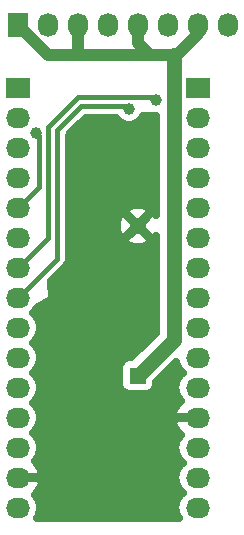
<source format=gbr>
G04 #@! TF.FileFunction,Copper,L2,Bot,Signal*
%FSLAX46Y46*%
G04 Gerber Fmt 4.6, Leading zero omitted, Abs format (unit mm)*
G04 Created by KiCad (PCBNEW 4.0.5+dfsg1-4~bpo8+1) date Mon Aug  6 16:38:55 2018*
%MOMM*%
%LPD*%
G01*
G04 APERTURE LIST*
%ADD10C,0.100000*%
%ADD11R,1.397000X1.397000*%
%ADD12C,1.397000*%
%ADD13R,2.032000X1.727200*%
%ADD14O,2.032000X1.727200*%
%ADD15R,1.727200X2.032000*%
%ADD16O,1.727200X2.032000*%
%ADD17C,1.000000*%
%ADD18C,1.300000*%
%ADD19C,1.000000*%
%ADD20C,0.381000*%
%ADD21C,0.658622*%
G04 APERTURE END LIST*
D10*
D11*
X42418000Y-60198000D03*
D12*
X42418000Y-47498000D03*
D13*
X32258000Y-35814000D03*
D14*
X32258000Y-38354000D03*
X32258000Y-40894000D03*
X32258000Y-43434000D03*
X32258000Y-45974000D03*
X32258000Y-48514000D03*
X32258000Y-51054000D03*
X32258000Y-53594000D03*
X32258000Y-56134000D03*
X32258000Y-58674000D03*
X32258000Y-61214000D03*
X32258000Y-63754000D03*
X32258000Y-66294000D03*
X32258000Y-68834000D03*
X32258000Y-71374000D03*
D13*
X47498000Y-35814000D03*
D14*
X47498000Y-38354000D03*
X47498000Y-40894000D03*
X47498000Y-43434000D03*
X47498000Y-45974000D03*
X47498000Y-48514000D03*
X47498000Y-51054000D03*
X47498000Y-53594000D03*
X47498000Y-56134000D03*
X47498000Y-58674000D03*
X47498000Y-61214000D03*
X47498000Y-63754000D03*
X47498000Y-66294000D03*
X47498000Y-68834000D03*
X47498000Y-71374000D03*
D15*
X32258000Y-30480000D03*
D16*
X34798000Y-30480000D03*
X37338000Y-30480000D03*
X39878000Y-30480000D03*
X42418000Y-30480000D03*
X44958000Y-30480000D03*
X47498000Y-30480000D03*
X50038000Y-30480000D03*
D17*
X40386000Y-38862000D03*
X38100000Y-38862000D03*
X43434000Y-38862000D03*
X37084000Y-55880000D03*
X37338000Y-46990000D03*
X33782000Y-39624000D03*
X41656000Y-37592000D03*
X43942000Y-36830000D03*
D18*
X45466000Y-33020000D02*
X45466000Y-57150000D01*
X45466000Y-57150000D02*
X42418000Y-60198000D01*
D19*
X43434000Y-33020000D02*
X45466000Y-33020000D01*
X45466000Y-33020000D02*
X45720000Y-33020000D01*
X45720000Y-33020000D02*
X47498000Y-31242000D01*
X47498000Y-31242000D02*
X47498000Y-30480000D01*
X37338000Y-33020000D02*
X43434000Y-33020000D01*
X42418000Y-32004000D02*
X42418000Y-30480000D01*
X43434000Y-33020000D02*
X42418000Y-32004000D01*
X32258000Y-30480000D02*
X34798000Y-33020000D01*
X37338000Y-33020000D02*
X37338000Y-30480000D01*
X34798000Y-33020000D02*
X37338000Y-33020000D01*
D20*
X34036000Y-44196000D02*
X32258000Y-45974000D01*
X34036000Y-39878000D02*
X34036000Y-44196000D01*
X33782000Y-39624000D02*
X34036000Y-39878000D01*
X35560000Y-50292000D02*
X32258000Y-53594000D01*
X35560000Y-39370000D02*
X35560000Y-50292000D01*
X37592000Y-37338000D02*
X35560000Y-39370000D01*
X41402000Y-37338000D02*
X37592000Y-37338000D01*
X41656000Y-37592000D02*
X41402000Y-37338000D01*
X34798000Y-48514000D02*
X32258000Y-51054000D01*
X34798000Y-39116000D02*
X34798000Y-48514000D01*
X37338000Y-36576000D02*
X34798000Y-39116000D01*
X43688000Y-36576000D02*
X37338000Y-36576000D01*
X43942000Y-36830000D02*
X43688000Y-36576000D01*
D21*
G36*
X43978689Y-46581421D02*
X43946330Y-46500816D01*
X43924145Y-46467612D01*
X43551404Y-46437695D01*
X42491099Y-47498000D01*
X43551404Y-48558305D01*
X43924145Y-48528388D01*
X43978689Y-48400677D01*
X43978689Y-56533935D01*
X41866838Y-58645786D01*
X41719500Y-58645786D01*
X41409211Y-58704171D01*
X41124230Y-58887551D01*
X40933047Y-59167357D01*
X40865786Y-59499500D01*
X40865786Y-60896500D01*
X40924171Y-61206789D01*
X41107551Y-61491770D01*
X41387357Y-61682953D01*
X41719500Y-61750214D01*
X43116500Y-61750214D01*
X43426789Y-61691829D01*
X43711770Y-61508449D01*
X43902953Y-61228643D01*
X43970214Y-60896500D01*
X43970214Y-60749162D01*
X45680882Y-59038494D01*
X45737854Y-59324910D01*
X46106565Y-59876726D01*
X46207248Y-59944000D01*
X46106565Y-60011274D01*
X45737854Y-60563090D01*
X45608380Y-61214000D01*
X45737854Y-61864910D01*
X46044997Y-62324583D01*
X45926720Y-62408218D01*
X45519717Y-63053641D01*
X45423518Y-63397239D01*
X45664310Y-63702311D01*
X47446311Y-63702311D01*
X47446311Y-63682311D01*
X47549689Y-63682311D01*
X47549689Y-63702311D01*
X47569689Y-63702311D01*
X47569689Y-63805689D01*
X47549689Y-63805689D01*
X47549689Y-63825689D01*
X47446311Y-63825689D01*
X47446311Y-63805689D01*
X45664310Y-63805689D01*
X45423518Y-64110761D01*
X45519717Y-64454359D01*
X45926720Y-65099782D01*
X46044997Y-65183417D01*
X45737854Y-65643090D01*
X45608380Y-66294000D01*
X45737854Y-66944910D01*
X46106565Y-67496726D01*
X46207248Y-67564000D01*
X46106565Y-67631274D01*
X45737854Y-68183090D01*
X45608380Y-68834000D01*
X45737854Y-69484910D01*
X46106565Y-70036726D01*
X46207248Y-70104000D01*
X46106565Y-70171274D01*
X45737854Y-70723090D01*
X45608380Y-71374000D01*
X45737854Y-72024910D01*
X45900073Y-72267689D01*
X33855927Y-72267689D01*
X34018146Y-72024910D01*
X34147620Y-71374000D01*
X34018146Y-70723090D01*
X33711003Y-70263417D01*
X33829280Y-70179782D01*
X34236283Y-69534359D01*
X34332482Y-69190761D01*
X34091690Y-68885689D01*
X32309689Y-68885689D01*
X32309689Y-68905689D01*
X32206311Y-68905689D01*
X32206311Y-68885689D01*
X32186311Y-68885689D01*
X32186311Y-68782311D01*
X32206311Y-68782311D01*
X32206311Y-68762311D01*
X32309689Y-68762311D01*
X32309689Y-68782311D01*
X34091690Y-68782311D01*
X34332482Y-68477239D01*
X34236283Y-68133641D01*
X33829280Y-67488218D01*
X33711003Y-67404583D01*
X34018146Y-66944910D01*
X34147620Y-66294000D01*
X34018146Y-65643090D01*
X33649435Y-65091274D01*
X33548752Y-65024000D01*
X33649435Y-64956726D01*
X34018146Y-64404910D01*
X34147620Y-63754000D01*
X34018146Y-63103090D01*
X33649435Y-62551274D01*
X33548752Y-62484000D01*
X33649435Y-62416726D01*
X34018146Y-61864910D01*
X34147620Y-61214000D01*
X34018146Y-60563090D01*
X33649435Y-60011274D01*
X33548752Y-59944000D01*
X33649435Y-59876726D01*
X34018146Y-59324910D01*
X34147620Y-58674000D01*
X34018146Y-58023090D01*
X33649435Y-57471274D01*
X33548752Y-57404000D01*
X33649435Y-57336726D01*
X34018146Y-56784910D01*
X34147620Y-56134000D01*
X34018146Y-55483090D01*
X33649435Y-54931274D01*
X33548752Y-54864000D01*
X33649435Y-54796726D01*
X33940143Y-54361650D01*
X34938220Y-53891967D01*
X35043098Y-53813938D01*
X35109356Y-53701253D01*
X35127218Y-53586161D01*
X35094478Y-52211066D01*
X36286772Y-51018772D01*
X36509574Y-50685327D01*
X36587811Y-50292000D01*
X36587811Y-48631404D01*
X41357695Y-48631404D01*
X41387612Y-49004145D01*
X42042423Y-49283808D01*
X42754411Y-49291598D01*
X43415184Y-49026330D01*
X43448388Y-49004145D01*
X43478305Y-48631404D01*
X42418000Y-47571099D01*
X41357695Y-48631404D01*
X36587811Y-48631404D01*
X36587811Y-47834411D01*
X40624402Y-47834411D01*
X40889670Y-48495184D01*
X40911855Y-48528388D01*
X41284596Y-48558305D01*
X42344901Y-47498000D01*
X41284596Y-46437695D01*
X40911855Y-46467612D01*
X40632192Y-47122423D01*
X40624402Y-47834411D01*
X36587811Y-47834411D01*
X36587811Y-46364596D01*
X41357695Y-46364596D01*
X42418000Y-47424901D01*
X43478305Y-46364596D01*
X43448388Y-45991855D01*
X42793577Y-45712192D01*
X42081589Y-45704402D01*
X41420816Y-45969670D01*
X41387612Y-45991855D01*
X41357695Y-46364596D01*
X36587811Y-46364596D01*
X36587811Y-39893314D01*
X36707077Y-39676467D01*
X38017733Y-38365811D01*
X40538867Y-38365811D01*
X40897485Y-38725056D01*
X41388825Y-38929078D01*
X41920840Y-38929542D01*
X42412536Y-38726378D01*
X42789056Y-38350515D01*
X42861807Y-38175311D01*
X43978689Y-38175311D01*
X43978689Y-46581421D01*
X43978689Y-46581421D01*
G37*
X43978689Y-46581421D02*
X43946330Y-46500816D01*
X43924145Y-46467612D01*
X43551404Y-46437695D01*
X42491099Y-47498000D01*
X43551404Y-48558305D01*
X43924145Y-48528388D01*
X43978689Y-48400677D01*
X43978689Y-56533935D01*
X41866838Y-58645786D01*
X41719500Y-58645786D01*
X41409211Y-58704171D01*
X41124230Y-58887551D01*
X40933047Y-59167357D01*
X40865786Y-59499500D01*
X40865786Y-60896500D01*
X40924171Y-61206789D01*
X41107551Y-61491770D01*
X41387357Y-61682953D01*
X41719500Y-61750214D01*
X43116500Y-61750214D01*
X43426789Y-61691829D01*
X43711770Y-61508449D01*
X43902953Y-61228643D01*
X43970214Y-60896500D01*
X43970214Y-60749162D01*
X45680882Y-59038494D01*
X45737854Y-59324910D01*
X46106565Y-59876726D01*
X46207248Y-59944000D01*
X46106565Y-60011274D01*
X45737854Y-60563090D01*
X45608380Y-61214000D01*
X45737854Y-61864910D01*
X46044997Y-62324583D01*
X45926720Y-62408218D01*
X45519717Y-63053641D01*
X45423518Y-63397239D01*
X45664310Y-63702311D01*
X47446311Y-63702311D01*
X47446311Y-63682311D01*
X47549689Y-63682311D01*
X47549689Y-63702311D01*
X47569689Y-63702311D01*
X47569689Y-63805689D01*
X47549689Y-63805689D01*
X47549689Y-63825689D01*
X47446311Y-63825689D01*
X47446311Y-63805689D01*
X45664310Y-63805689D01*
X45423518Y-64110761D01*
X45519717Y-64454359D01*
X45926720Y-65099782D01*
X46044997Y-65183417D01*
X45737854Y-65643090D01*
X45608380Y-66294000D01*
X45737854Y-66944910D01*
X46106565Y-67496726D01*
X46207248Y-67564000D01*
X46106565Y-67631274D01*
X45737854Y-68183090D01*
X45608380Y-68834000D01*
X45737854Y-69484910D01*
X46106565Y-70036726D01*
X46207248Y-70104000D01*
X46106565Y-70171274D01*
X45737854Y-70723090D01*
X45608380Y-71374000D01*
X45737854Y-72024910D01*
X45900073Y-72267689D01*
X33855927Y-72267689D01*
X34018146Y-72024910D01*
X34147620Y-71374000D01*
X34018146Y-70723090D01*
X33711003Y-70263417D01*
X33829280Y-70179782D01*
X34236283Y-69534359D01*
X34332482Y-69190761D01*
X34091690Y-68885689D01*
X32309689Y-68885689D01*
X32309689Y-68905689D01*
X32206311Y-68905689D01*
X32206311Y-68885689D01*
X32186311Y-68885689D01*
X32186311Y-68782311D01*
X32206311Y-68782311D01*
X32206311Y-68762311D01*
X32309689Y-68762311D01*
X32309689Y-68782311D01*
X34091690Y-68782311D01*
X34332482Y-68477239D01*
X34236283Y-68133641D01*
X33829280Y-67488218D01*
X33711003Y-67404583D01*
X34018146Y-66944910D01*
X34147620Y-66294000D01*
X34018146Y-65643090D01*
X33649435Y-65091274D01*
X33548752Y-65024000D01*
X33649435Y-64956726D01*
X34018146Y-64404910D01*
X34147620Y-63754000D01*
X34018146Y-63103090D01*
X33649435Y-62551274D01*
X33548752Y-62484000D01*
X33649435Y-62416726D01*
X34018146Y-61864910D01*
X34147620Y-61214000D01*
X34018146Y-60563090D01*
X33649435Y-60011274D01*
X33548752Y-59944000D01*
X33649435Y-59876726D01*
X34018146Y-59324910D01*
X34147620Y-58674000D01*
X34018146Y-58023090D01*
X33649435Y-57471274D01*
X33548752Y-57404000D01*
X33649435Y-57336726D01*
X34018146Y-56784910D01*
X34147620Y-56134000D01*
X34018146Y-55483090D01*
X33649435Y-54931274D01*
X33548752Y-54864000D01*
X33649435Y-54796726D01*
X33940143Y-54361650D01*
X34938220Y-53891967D01*
X35043098Y-53813938D01*
X35109356Y-53701253D01*
X35127218Y-53586161D01*
X35094478Y-52211066D01*
X36286772Y-51018772D01*
X36509574Y-50685327D01*
X36587811Y-50292000D01*
X36587811Y-48631404D01*
X41357695Y-48631404D01*
X41387612Y-49004145D01*
X42042423Y-49283808D01*
X42754411Y-49291598D01*
X43415184Y-49026330D01*
X43448388Y-49004145D01*
X43478305Y-48631404D01*
X42418000Y-47571099D01*
X41357695Y-48631404D01*
X36587811Y-48631404D01*
X36587811Y-47834411D01*
X40624402Y-47834411D01*
X40889670Y-48495184D01*
X40911855Y-48528388D01*
X41284596Y-48558305D01*
X42344901Y-47498000D01*
X41284596Y-46437695D01*
X40911855Y-46467612D01*
X40632192Y-47122423D01*
X40624402Y-47834411D01*
X36587811Y-47834411D01*
X36587811Y-46364596D01*
X41357695Y-46364596D01*
X42418000Y-47424901D01*
X43478305Y-46364596D01*
X43448388Y-45991855D01*
X42793577Y-45712192D01*
X42081589Y-45704402D01*
X41420816Y-45969670D01*
X41387612Y-45991855D01*
X41357695Y-46364596D01*
X36587811Y-46364596D01*
X36587811Y-39893314D01*
X36707077Y-39676467D01*
X38017733Y-38365811D01*
X40538867Y-38365811D01*
X40897485Y-38725056D01*
X41388825Y-38929078D01*
X41920840Y-38929542D01*
X42412536Y-38726378D01*
X42789056Y-38350515D01*
X42861807Y-38175311D01*
X43978689Y-38175311D01*
X43978689Y-46581421D01*
M02*

</source>
